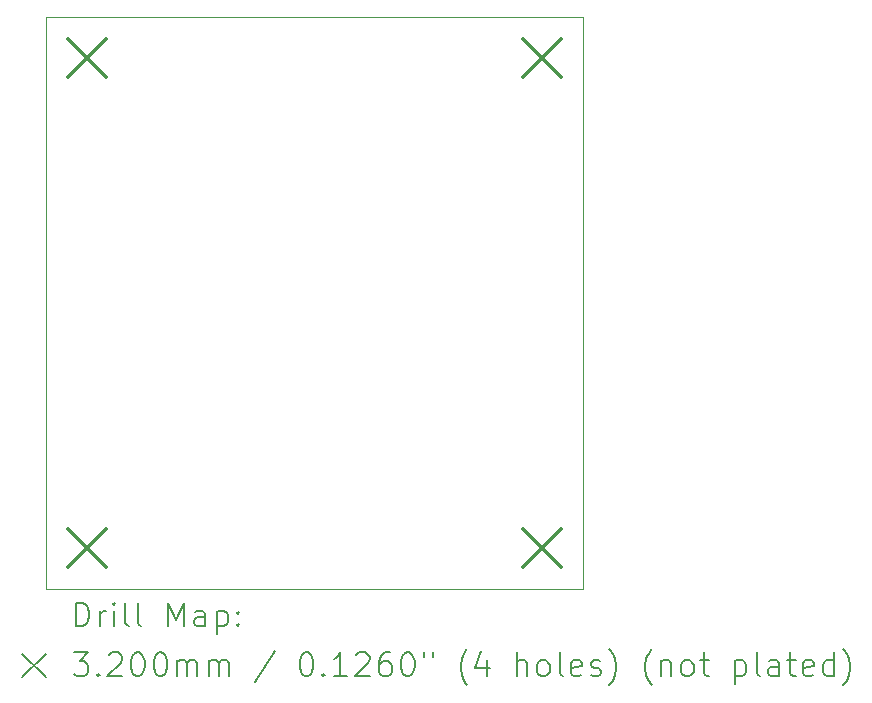
<source format=gbr>
%TF.GenerationSoftware,KiCad,Pcbnew,(6.0.7)*%
%TF.CreationDate,2023-03-09T18:45:51+00:00*%
%TF.ProjectId,solenoid_driver,736f6c65-6e6f-4696-945f-647269766572,rev?*%
%TF.SameCoordinates,Original*%
%TF.FileFunction,Drillmap*%
%TF.FilePolarity,Positive*%
%FSLAX45Y45*%
G04 Gerber Fmt 4.5, Leading zero omitted, Abs format (unit mm)*
G04 Created by KiCad (PCBNEW (6.0.7)) date 2023-03-09 18:45:51*
%MOMM*%
%LPD*%
G01*
G04 APERTURE LIST*
%ADD10C,0.050000*%
%ADD11C,0.200000*%
%ADD12C,0.320000*%
G04 APERTURE END LIST*
D10*
X15750000Y-8050000D02*
X15750000Y-12900000D01*
X11200000Y-12900000D02*
X11200000Y-8050000D01*
X15750000Y-8050000D02*
X11200000Y-8050000D01*
X15750000Y-12900000D02*
X11200000Y-12900000D01*
D11*
D12*
X11390000Y-8240000D02*
X11710000Y-8560000D01*
X11710000Y-8240000D02*
X11390000Y-8560000D01*
X11390000Y-12390000D02*
X11710000Y-12710000D01*
X11710000Y-12390000D02*
X11390000Y-12710000D01*
X15240000Y-8240000D02*
X15560000Y-8560000D01*
X15560000Y-8240000D02*
X15240000Y-8560000D01*
X15240000Y-12390000D02*
X15560000Y-12710000D01*
X15560000Y-12390000D02*
X15240000Y-12710000D01*
D11*
X11455119Y-13212976D02*
X11455119Y-13012976D01*
X11502738Y-13012976D01*
X11531309Y-13022500D01*
X11550357Y-13041548D01*
X11559881Y-13060595D01*
X11569405Y-13098690D01*
X11569405Y-13127262D01*
X11559881Y-13165357D01*
X11550357Y-13184405D01*
X11531309Y-13203452D01*
X11502738Y-13212976D01*
X11455119Y-13212976D01*
X11655119Y-13212976D02*
X11655119Y-13079643D01*
X11655119Y-13117738D02*
X11664643Y-13098690D01*
X11674167Y-13089167D01*
X11693214Y-13079643D01*
X11712262Y-13079643D01*
X11778928Y-13212976D02*
X11778928Y-13079643D01*
X11778928Y-13012976D02*
X11769405Y-13022500D01*
X11778928Y-13032024D01*
X11788452Y-13022500D01*
X11778928Y-13012976D01*
X11778928Y-13032024D01*
X11902738Y-13212976D02*
X11883690Y-13203452D01*
X11874167Y-13184405D01*
X11874167Y-13012976D01*
X12007500Y-13212976D02*
X11988452Y-13203452D01*
X11978928Y-13184405D01*
X11978928Y-13012976D01*
X12236071Y-13212976D02*
X12236071Y-13012976D01*
X12302738Y-13155833D01*
X12369405Y-13012976D01*
X12369405Y-13212976D01*
X12550357Y-13212976D02*
X12550357Y-13108214D01*
X12540833Y-13089167D01*
X12521786Y-13079643D01*
X12483690Y-13079643D01*
X12464643Y-13089167D01*
X12550357Y-13203452D02*
X12531309Y-13212976D01*
X12483690Y-13212976D01*
X12464643Y-13203452D01*
X12455119Y-13184405D01*
X12455119Y-13165357D01*
X12464643Y-13146309D01*
X12483690Y-13136786D01*
X12531309Y-13136786D01*
X12550357Y-13127262D01*
X12645595Y-13079643D02*
X12645595Y-13279643D01*
X12645595Y-13089167D02*
X12664643Y-13079643D01*
X12702738Y-13079643D01*
X12721786Y-13089167D01*
X12731309Y-13098690D01*
X12740833Y-13117738D01*
X12740833Y-13174881D01*
X12731309Y-13193928D01*
X12721786Y-13203452D01*
X12702738Y-13212976D01*
X12664643Y-13212976D01*
X12645595Y-13203452D01*
X12826548Y-13193928D02*
X12836071Y-13203452D01*
X12826548Y-13212976D01*
X12817024Y-13203452D01*
X12826548Y-13193928D01*
X12826548Y-13212976D01*
X12826548Y-13089167D02*
X12836071Y-13098690D01*
X12826548Y-13108214D01*
X12817024Y-13098690D01*
X12826548Y-13089167D01*
X12826548Y-13108214D01*
X10997500Y-13442500D02*
X11197500Y-13642500D01*
X11197500Y-13442500D02*
X10997500Y-13642500D01*
X11436071Y-13432976D02*
X11559881Y-13432976D01*
X11493214Y-13509167D01*
X11521786Y-13509167D01*
X11540833Y-13518690D01*
X11550357Y-13528214D01*
X11559881Y-13547262D01*
X11559881Y-13594881D01*
X11550357Y-13613928D01*
X11540833Y-13623452D01*
X11521786Y-13632976D01*
X11464643Y-13632976D01*
X11445595Y-13623452D01*
X11436071Y-13613928D01*
X11645595Y-13613928D02*
X11655119Y-13623452D01*
X11645595Y-13632976D01*
X11636071Y-13623452D01*
X11645595Y-13613928D01*
X11645595Y-13632976D01*
X11731309Y-13452024D02*
X11740833Y-13442500D01*
X11759881Y-13432976D01*
X11807500Y-13432976D01*
X11826548Y-13442500D01*
X11836071Y-13452024D01*
X11845595Y-13471071D01*
X11845595Y-13490119D01*
X11836071Y-13518690D01*
X11721786Y-13632976D01*
X11845595Y-13632976D01*
X11969405Y-13432976D02*
X11988452Y-13432976D01*
X12007500Y-13442500D01*
X12017024Y-13452024D01*
X12026548Y-13471071D01*
X12036071Y-13509167D01*
X12036071Y-13556786D01*
X12026548Y-13594881D01*
X12017024Y-13613928D01*
X12007500Y-13623452D01*
X11988452Y-13632976D01*
X11969405Y-13632976D01*
X11950357Y-13623452D01*
X11940833Y-13613928D01*
X11931309Y-13594881D01*
X11921786Y-13556786D01*
X11921786Y-13509167D01*
X11931309Y-13471071D01*
X11940833Y-13452024D01*
X11950357Y-13442500D01*
X11969405Y-13432976D01*
X12159881Y-13432976D02*
X12178928Y-13432976D01*
X12197976Y-13442500D01*
X12207500Y-13452024D01*
X12217024Y-13471071D01*
X12226548Y-13509167D01*
X12226548Y-13556786D01*
X12217024Y-13594881D01*
X12207500Y-13613928D01*
X12197976Y-13623452D01*
X12178928Y-13632976D01*
X12159881Y-13632976D01*
X12140833Y-13623452D01*
X12131309Y-13613928D01*
X12121786Y-13594881D01*
X12112262Y-13556786D01*
X12112262Y-13509167D01*
X12121786Y-13471071D01*
X12131309Y-13452024D01*
X12140833Y-13442500D01*
X12159881Y-13432976D01*
X12312262Y-13632976D02*
X12312262Y-13499643D01*
X12312262Y-13518690D02*
X12321786Y-13509167D01*
X12340833Y-13499643D01*
X12369405Y-13499643D01*
X12388452Y-13509167D01*
X12397976Y-13528214D01*
X12397976Y-13632976D01*
X12397976Y-13528214D02*
X12407500Y-13509167D01*
X12426548Y-13499643D01*
X12455119Y-13499643D01*
X12474167Y-13509167D01*
X12483690Y-13528214D01*
X12483690Y-13632976D01*
X12578928Y-13632976D02*
X12578928Y-13499643D01*
X12578928Y-13518690D02*
X12588452Y-13509167D01*
X12607500Y-13499643D01*
X12636071Y-13499643D01*
X12655119Y-13509167D01*
X12664643Y-13528214D01*
X12664643Y-13632976D01*
X12664643Y-13528214D02*
X12674167Y-13509167D01*
X12693214Y-13499643D01*
X12721786Y-13499643D01*
X12740833Y-13509167D01*
X12750357Y-13528214D01*
X12750357Y-13632976D01*
X13140833Y-13423452D02*
X12969405Y-13680595D01*
X13397976Y-13432976D02*
X13417024Y-13432976D01*
X13436071Y-13442500D01*
X13445595Y-13452024D01*
X13455119Y-13471071D01*
X13464643Y-13509167D01*
X13464643Y-13556786D01*
X13455119Y-13594881D01*
X13445595Y-13613928D01*
X13436071Y-13623452D01*
X13417024Y-13632976D01*
X13397976Y-13632976D01*
X13378928Y-13623452D01*
X13369405Y-13613928D01*
X13359881Y-13594881D01*
X13350357Y-13556786D01*
X13350357Y-13509167D01*
X13359881Y-13471071D01*
X13369405Y-13452024D01*
X13378928Y-13442500D01*
X13397976Y-13432976D01*
X13550357Y-13613928D02*
X13559881Y-13623452D01*
X13550357Y-13632976D01*
X13540833Y-13623452D01*
X13550357Y-13613928D01*
X13550357Y-13632976D01*
X13750357Y-13632976D02*
X13636071Y-13632976D01*
X13693214Y-13632976D02*
X13693214Y-13432976D01*
X13674167Y-13461548D01*
X13655119Y-13480595D01*
X13636071Y-13490119D01*
X13826548Y-13452024D02*
X13836071Y-13442500D01*
X13855119Y-13432976D01*
X13902738Y-13432976D01*
X13921786Y-13442500D01*
X13931309Y-13452024D01*
X13940833Y-13471071D01*
X13940833Y-13490119D01*
X13931309Y-13518690D01*
X13817024Y-13632976D01*
X13940833Y-13632976D01*
X14112262Y-13432976D02*
X14074167Y-13432976D01*
X14055119Y-13442500D01*
X14045595Y-13452024D01*
X14026548Y-13480595D01*
X14017024Y-13518690D01*
X14017024Y-13594881D01*
X14026548Y-13613928D01*
X14036071Y-13623452D01*
X14055119Y-13632976D01*
X14093214Y-13632976D01*
X14112262Y-13623452D01*
X14121786Y-13613928D01*
X14131309Y-13594881D01*
X14131309Y-13547262D01*
X14121786Y-13528214D01*
X14112262Y-13518690D01*
X14093214Y-13509167D01*
X14055119Y-13509167D01*
X14036071Y-13518690D01*
X14026548Y-13528214D01*
X14017024Y-13547262D01*
X14255119Y-13432976D02*
X14274167Y-13432976D01*
X14293214Y-13442500D01*
X14302738Y-13452024D01*
X14312262Y-13471071D01*
X14321786Y-13509167D01*
X14321786Y-13556786D01*
X14312262Y-13594881D01*
X14302738Y-13613928D01*
X14293214Y-13623452D01*
X14274167Y-13632976D01*
X14255119Y-13632976D01*
X14236071Y-13623452D01*
X14226548Y-13613928D01*
X14217024Y-13594881D01*
X14207500Y-13556786D01*
X14207500Y-13509167D01*
X14217024Y-13471071D01*
X14226548Y-13452024D01*
X14236071Y-13442500D01*
X14255119Y-13432976D01*
X14397976Y-13432976D02*
X14397976Y-13471071D01*
X14474167Y-13432976D02*
X14474167Y-13471071D01*
X14769405Y-13709167D02*
X14759881Y-13699643D01*
X14740833Y-13671071D01*
X14731309Y-13652024D01*
X14721786Y-13623452D01*
X14712262Y-13575833D01*
X14712262Y-13537738D01*
X14721786Y-13490119D01*
X14731309Y-13461548D01*
X14740833Y-13442500D01*
X14759881Y-13413928D01*
X14769405Y-13404405D01*
X14931309Y-13499643D02*
X14931309Y-13632976D01*
X14883690Y-13423452D02*
X14836071Y-13566309D01*
X14959881Y-13566309D01*
X15188452Y-13632976D02*
X15188452Y-13432976D01*
X15274167Y-13632976D02*
X15274167Y-13528214D01*
X15264643Y-13509167D01*
X15245595Y-13499643D01*
X15217024Y-13499643D01*
X15197976Y-13509167D01*
X15188452Y-13518690D01*
X15397976Y-13632976D02*
X15378928Y-13623452D01*
X15369405Y-13613928D01*
X15359881Y-13594881D01*
X15359881Y-13537738D01*
X15369405Y-13518690D01*
X15378928Y-13509167D01*
X15397976Y-13499643D01*
X15426548Y-13499643D01*
X15445595Y-13509167D01*
X15455119Y-13518690D01*
X15464643Y-13537738D01*
X15464643Y-13594881D01*
X15455119Y-13613928D01*
X15445595Y-13623452D01*
X15426548Y-13632976D01*
X15397976Y-13632976D01*
X15578928Y-13632976D02*
X15559881Y-13623452D01*
X15550357Y-13604405D01*
X15550357Y-13432976D01*
X15731309Y-13623452D02*
X15712262Y-13632976D01*
X15674167Y-13632976D01*
X15655119Y-13623452D01*
X15645595Y-13604405D01*
X15645595Y-13528214D01*
X15655119Y-13509167D01*
X15674167Y-13499643D01*
X15712262Y-13499643D01*
X15731309Y-13509167D01*
X15740833Y-13528214D01*
X15740833Y-13547262D01*
X15645595Y-13566309D01*
X15817024Y-13623452D02*
X15836071Y-13632976D01*
X15874167Y-13632976D01*
X15893214Y-13623452D01*
X15902738Y-13604405D01*
X15902738Y-13594881D01*
X15893214Y-13575833D01*
X15874167Y-13566309D01*
X15845595Y-13566309D01*
X15826548Y-13556786D01*
X15817024Y-13537738D01*
X15817024Y-13528214D01*
X15826548Y-13509167D01*
X15845595Y-13499643D01*
X15874167Y-13499643D01*
X15893214Y-13509167D01*
X15969405Y-13709167D02*
X15978928Y-13699643D01*
X15997976Y-13671071D01*
X16007500Y-13652024D01*
X16017024Y-13623452D01*
X16026548Y-13575833D01*
X16026548Y-13537738D01*
X16017024Y-13490119D01*
X16007500Y-13461548D01*
X15997976Y-13442500D01*
X15978928Y-13413928D01*
X15969405Y-13404405D01*
X16331309Y-13709167D02*
X16321786Y-13699643D01*
X16302738Y-13671071D01*
X16293214Y-13652024D01*
X16283690Y-13623452D01*
X16274167Y-13575833D01*
X16274167Y-13537738D01*
X16283690Y-13490119D01*
X16293214Y-13461548D01*
X16302738Y-13442500D01*
X16321786Y-13413928D01*
X16331309Y-13404405D01*
X16407500Y-13499643D02*
X16407500Y-13632976D01*
X16407500Y-13518690D02*
X16417024Y-13509167D01*
X16436071Y-13499643D01*
X16464643Y-13499643D01*
X16483690Y-13509167D01*
X16493214Y-13528214D01*
X16493214Y-13632976D01*
X16617024Y-13632976D02*
X16597976Y-13623452D01*
X16588452Y-13613928D01*
X16578928Y-13594881D01*
X16578928Y-13537738D01*
X16588452Y-13518690D01*
X16597976Y-13509167D01*
X16617024Y-13499643D01*
X16645595Y-13499643D01*
X16664643Y-13509167D01*
X16674167Y-13518690D01*
X16683690Y-13537738D01*
X16683690Y-13594881D01*
X16674167Y-13613928D01*
X16664643Y-13623452D01*
X16645595Y-13632976D01*
X16617024Y-13632976D01*
X16740833Y-13499643D02*
X16817024Y-13499643D01*
X16769405Y-13432976D02*
X16769405Y-13604405D01*
X16778929Y-13623452D01*
X16797976Y-13632976D01*
X16817024Y-13632976D01*
X17036071Y-13499643D02*
X17036071Y-13699643D01*
X17036071Y-13509167D02*
X17055119Y-13499643D01*
X17093214Y-13499643D01*
X17112262Y-13509167D01*
X17121786Y-13518690D01*
X17131310Y-13537738D01*
X17131310Y-13594881D01*
X17121786Y-13613928D01*
X17112262Y-13623452D01*
X17093214Y-13632976D01*
X17055119Y-13632976D01*
X17036071Y-13623452D01*
X17245595Y-13632976D02*
X17226548Y-13623452D01*
X17217024Y-13604405D01*
X17217024Y-13432976D01*
X17407500Y-13632976D02*
X17407500Y-13528214D01*
X17397976Y-13509167D01*
X17378929Y-13499643D01*
X17340833Y-13499643D01*
X17321786Y-13509167D01*
X17407500Y-13623452D02*
X17388452Y-13632976D01*
X17340833Y-13632976D01*
X17321786Y-13623452D01*
X17312262Y-13604405D01*
X17312262Y-13585357D01*
X17321786Y-13566309D01*
X17340833Y-13556786D01*
X17388452Y-13556786D01*
X17407500Y-13547262D01*
X17474167Y-13499643D02*
X17550357Y-13499643D01*
X17502738Y-13432976D02*
X17502738Y-13604405D01*
X17512262Y-13623452D01*
X17531310Y-13632976D01*
X17550357Y-13632976D01*
X17693214Y-13623452D02*
X17674167Y-13632976D01*
X17636071Y-13632976D01*
X17617024Y-13623452D01*
X17607500Y-13604405D01*
X17607500Y-13528214D01*
X17617024Y-13509167D01*
X17636071Y-13499643D01*
X17674167Y-13499643D01*
X17693214Y-13509167D01*
X17702738Y-13528214D01*
X17702738Y-13547262D01*
X17607500Y-13566309D01*
X17874167Y-13632976D02*
X17874167Y-13432976D01*
X17874167Y-13623452D02*
X17855119Y-13632976D01*
X17817024Y-13632976D01*
X17797976Y-13623452D01*
X17788452Y-13613928D01*
X17778929Y-13594881D01*
X17778929Y-13537738D01*
X17788452Y-13518690D01*
X17797976Y-13509167D01*
X17817024Y-13499643D01*
X17855119Y-13499643D01*
X17874167Y-13509167D01*
X17950357Y-13709167D02*
X17959881Y-13699643D01*
X17978929Y-13671071D01*
X17988452Y-13652024D01*
X17997976Y-13623452D01*
X18007500Y-13575833D01*
X18007500Y-13537738D01*
X17997976Y-13490119D01*
X17988452Y-13461548D01*
X17978929Y-13442500D01*
X17959881Y-13413928D01*
X17950357Y-13404405D01*
M02*

</source>
